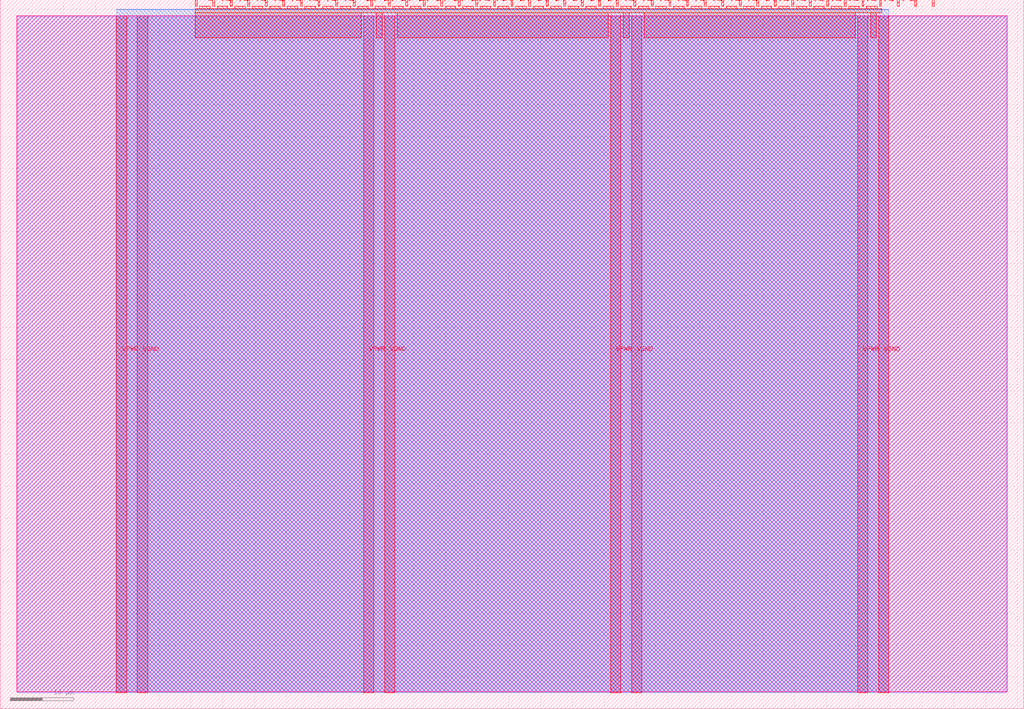
<source format=lef>
VERSION 5.7 ;
  NOWIREEXTENSIONATPIN ON ;
  DIVIDERCHAR "/" ;
  BUSBITCHARS "[]" ;
MACRO tt_um_wokwi_445256643197274113
  CLASS BLOCK ;
  FOREIGN tt_um_wokwi_445256643197274113 ;
  ORIGIN 0.000 0.000 ;
  SIZE 161.000 BY 111.520 ;
  PIN VGND
    DIRECTION INOUT ;
    USE GROUND ;
    PORT
      LAYER met4 ;
        RECT 21.580 2.480 23.180 109.040 ;
    END
    PORT
      LAYER met4 ;
        RECT 60.450 2.480 62.050 109.040 ;
    END
    PORT
      LAYER met4 ;
        RECT 99.320 2.480 100.920 109.040 ;
    END
    PORT
      LAYER met4 ;
        RECT 138.190 2.480 139.790 109.040 ;
    END
  END VGND
  PIN VPWR
    DIRECTION INOUT ;
    USE POWER ;
    PORT
      LAYER met4 ;
        RECT 18.280 2.480 19.880 109.040 ;
    END
    PORT
      LAYER met4 ;
        RECT 57.150 2.480 58.750 109.040 ;
    END
    PORT
      LAYER met4 ;
        RECT 96.020 2.480 97.620 109.040 ;
    END
    PORT
      LAYER met4 ;
        RECT 134.890 2.480 136.490 109.040 ;
    END
  END VPWR
  PIN clk
    DIRECTION INPUT ;
    USE SIGNAL ;
    PORT
      LAYER met4 ;
        RECT 143.830 110.520 144.130 111.520 ;
    END
  END clk
  PIN ena
    DIRECTION INPUT ;
    USE SIGNAL ;
    PORT
      LAYER met4 ;
        RECT 146.590 110.520 146.890 111.520 ;
    END
  END ena
  PIN rst_n
    DIRECTION INPUT ;
    USE SIGNAL ;
    PORT
      LAYER met4 ;
        RECT 141.070 110.520 141.370 111.520 ;
    END
  END rst_n
  PIN ui_in[0]
    DIRECTION INPUT ;
    USE SIGNAL ;
    ANTENNAGATEAREA 0.196500 ;
    PORT
      LAYER met4 ;
        RECT 138.310 110.520 138.610 111.520 ;
    END
  END ui_in[0]
  PIN ui_in[1]
    DIRECTION INPUT ;
    USE SIGNAL ;
    ANTENNAGATEAREA 0.196500 ;
    PORT
      LAYER met4 ;
        RECT 135.550 110.520 135.850 111.520 ;
    END
  END ui_in[1]
  PIN ui_in[2]
    DIRECTION INPUT ;
    USE SIGNAL ;
    ANTENNAGATEAREA 0.196500 ;
    PORT
      LAYER met4 ;
        RECT 132.790 110.520 133.090 111.520 ;
    END
  END ui_in[2]
  PIN ui_in[3]
    DIRECTION INPUT ;
    USE SIGNAL ;
    ANTENNAGATEAREA 0.196500 ;
    PORT
      LAYER met4 ;
        RECT 130.030 110.520 130.330 111.520 ;
    END
  END ui_in[3]
  PIN ui_in[4]
    DIRECTION INPUT ;
    USE SIGNAL ;
    PORT
      LAYER met4 ;
        RECT 127.270 110.520 127.570 111.520 ;
    END
  END ui_in[4]
  PIN ui_in[5]
    DIRECTION INPUT ;
    USE SIGNAL ;
    PORT
      LAYER met4 ;
        RECT 124.510 110.520 124.810 111.520 ;
    END
  END ui_in[5]
  PIN ui_in[6]
    DIRECTION INPUT ;
    USE SIGNAL ;
    PORT
      LAYER met4 ;
        RECT 121.750 110.520 122.050 111.520 ;
    END
  END ui_in[6]
  PIN ui_in[7]
    DIRECTION INPUT ;
    USE SIGNAL ;
    PORT
      LAYER met4 ;
        RECT 118.990 110.520 119.290 111.520 ;
    END
  END ui_in[7]
  PIN uio_in[0]
    DIRECTION INPUT ;
    USE SIGNAL ;
    PORT
      LAYER met4 ;
        RECT 116.230 110.520 116.530 111.520 ;
    END
  END uio_in[0]
  PIN uio_in[1]
    DIRECTION INPUT ;
    USE SIGNAL ;
    PORT
      LAYER met4 ;
        RECT 113.470 110.520 113.770 111.520 ;
    END
  END uio_in[1]
  PIN uio_in[2]
    DIRECTION INPUT ;
    USE SIGNAL ;
    PORT
      LAYER met4 ;
        RECT 110.710 110.520 111.010 111.520 ;
    END
  END uio_in[2]
  PIN uio_in[3]
    DIRECTION INPUT ;
    USE SIGNAL ;
    PORT
      LAYER met4 ;
        RECT 107.950 110.520 108.250 111.520 ;
    END
  END uio_in[3]
  PIN uio_in[4]
    DIRECTION INPUT ;
    USE SIGNAL ;
    PORT
      LAYER met4 ;
        RECT 105.190 110.520 105.490 111.520 ;
    END
  END uio_in[4]
  PIN uio_in[5]
    DIRECTION INPUT ;
    USE SIGNAL ;
    PORT
      LAYER met4 ;
        RECT 102.430 110.520 102.730 111.520 ;
    END
  END uio_in[5]
  PIN uio_in[6]
    DIRECTION INPUT ;
    USE SIGNAL ;
    PORT
      LAYER met4 ;
        RECT 99.670 110.520 99.970 111.520 ;
    END
  END uio_in[6]
  PIN uio_in[7]
    DIRECTION INPUT ;
    USE SIGNAL ;
    PORT
      LAYER met4 ;
        RECT 96.910 110.520 97.210 111.520 ;
    END
  END uio_in[7]
  PIN uio_oe[0]
    DIRECTION OUTPUT ;
    USE SIGNAL ;
    PORT
      LAYER met4 ;
        RECT 49.990 110.520 50.290 111.520 ;
    END
  END uio_oe[0]
  PIN uio_oe[1]
    DIRECTION OUTPUT ;
    USE SIGNAL ;
    PORT
      LAYER met4 ;
        RECT 47.230 110.520 47.530 111.520 ;
    END
  END uio_oe[1]
  PIN uio_oe[2]
    DIRECTION OUTPUT ;
    USE SIGNAL ;
    PORT
      LAYER met4 ;
        RECT 44.470 110.520 44.770 111.520 ;
    END
  END uio_oe[2]
  PIN uio_oe[3]
    DIRECTION OUTPUT ;
    USE SIGNAL ;
    PORT
      LAYER met4 ;
        RECT 41.710 110.520 42.010 111.520 ;
    END
  END uio_oe[3]
  PIN uio_oe[4]
    DIRECTION OUTPUT ;
    USE SIGNAL ;
    PORT
      LAYER met4 ;
        RECT 38.950 110.520 39.250 111.520 ;
    END
  END uio_oe[4]
  PIN uio_oe[5]
    DIRECTION OUTPUT ;
    USE SIGNAL ;
    PORT
      LAYER met4 ;
        RECT 36.190 110.520 36.490 111.520 ;
    END
  END uio_oe[5]
  PIN uio_oe[6]
    DIRECTION OUTPUT ;
    USE SIGNAL ;
    PORT
      LAYER met4 ;
        RECT 33.430 110.520 33.730 111.520 ;
    END
  END uio_oe[6]
  PIN uio_oe[7]
    DIRECTION OUTPUT ;
    USE SIGNAL ;
    PORT
      LAYER met4 ;
        RECT 30.670 110.520 30.970 111.520 ;
    END
  END uio_oe[7]
  PIN uio_out[0]
    DIRECTION OUTPUT ;
    USE SIGNAL ;
    PORT
      LAYER met4 ;
        RECT 72.070 110.520 72.370 111.520 ;
    END
  END uio_out[0]
  PIN uio_out[1]
    DIRECTION OUTPUT ;
    USE SIGNAL ;
    PORT
      LAYER met4 ;
        RECT 69.310 110.520 69.610 111.520 ;
    END
  END uio_out[1]
  PIN uio_out[2]
    DIRECTION OUTPUT ;
    USE SIGNAL ;
    PORT
      LAYER met4 ;
        RECT 66.550 110.520 66.850 111.520 ;
    END
  END uio_out[2]
  PIN uio_out[3]
    DIRECTION OUTPUT ;
    USE SIGNAL ;
    PORT
      LAYER met4 ;
        RECT 63.790 110.520 64.090 111.520 ;
    END
  END uio_out[3]
  PIN uio_out[4]
    DIRECTION OUTPUT ;
    USE SIGNAL ;
    PORT
      LAYER met4 ;
        RECT 61.030 110.520 61.330 111.520 ;
    END
  END uio_out[4]
  PIN uio_out[5]
    DIRECTION OUTPUT ;
    USE SIGNAL ;
    PORT
      LAYER met4 ;
        RECT 58.270 110.520 58.570 111.520 ;
    END
  END uio_out[5]
  PIN uio_out[6]
    DIRECTION OUTPUT ;
    USE SIGNAL ;
    PORT
      LAYER met4 ;
        RECT 55.510 110.520 55.810 111.520 ;
    END
  END uio_out[6]
  PIN uio_out[7]
    DIRECTION OUTPUT ;
    USE SIGNAL ;
    PORT
      LAYER met4 ;
        RECT 52.750 110.520 53.050 111.520 ;
    END
  END uio_out[7]
  PIN uo_out[0]
    DIRECTION OUTPUT ;
    USE SIGNAL ;
    ANTENNADIFFAREA 0.445500 ;
    PORT
      LAYER met4 ;
        RECT 94.150 110.520 94.450 111.520 ;
    END
  END uo_out[0]
  PIN uo_out[1]
    DIRECTION OUTPUT ;
    USE SIGNAL ;
    ANTENNADIFFAREA 0.445500 ;
    PORT
      LAYER met4 ;
        RECT 91.390 110.520 91.690 111.520 ;
    END
  END uo_out[1]
  PIN uo_out[2]
    DIRECTION OUTPUT ;
    USE SIGNAL ;
    ANTENNADIFFAREA 0.445500 ;
    PORT
      LAYER met4 ;
        RECT 88.630 110.520 88.930 111.520 ;
    END
  END uo_out[2]
  PIN uo_out[3]
    DIRECTION OUTPUT ;
    USE SIGNAL ;
    ANTENNADIFFAREA 0.445500 ;
    PORT
      LAYER met4 ;
        RECT 85.870 110.520 86.170 111.520 ;
    END
  END uo_out[3]
  PIN uo_out[4]
    DIRECTION OUTPUT ;
    USE SIGNAL ;
    PORT
      LAYER met4 ;
        RECT 83.110 110.520 83.410 111.520 ;
    END
  END uo_out[4]
  PIN uo_out[5]
    DIRECTION OUTPUT ;
    USE SIGNAL ;
    PORT
      LAYER met4 ;
        RECT 80.350 110.520 80.650 111.520 ;
    END
  END uo_out[5]
  PIN uo_out[6]
    DIRECTION OUTPUT ;
    USE SIGNAL ;
    PORT
      LAYER met4 ;
        RECT 77.590 110.520 77.890 111.520 ;
    END
  END uo_out[6]
  PIN uo_out[7]
    DIRECTION OUTPUT ;
    USE SIGNAL ;
    PORT
      LAYER met4 ;
        RECT 74.830 110.520 75.130 111.520 ;
    END
  END uo_out[7]
  OBS
      LAYER nwell ;
        RECT 2.570 2.635 158.430 108.990 ;
      LAYER li1 ;
        RECT 2.760 2.635 158.240 108.885 ;
      LAYER met1 ;
        RECT 2.760 2.480 158.240 109.040 ;
      LAYER met2 ;
        RECT 18.310 2.535 139.760 110.005 ;
      LAYER met3 ;
        RECT 18.290 2.555 139.780 109.985 ;
      LAYER met4 ;
        RECT 31.370 110.120 33.030 110.520 ;
        RECT 34.130 110.120 35.790 110.520 ;
        RECT 36.890 110.120 38.550 110.520 ;
        RECT 39.650 110.120 41.310 110.520 ;
        RECT 42.410 110.120 44.070 110.520 ;
        RECT 45.170 110.120 46.830 110.520 ;
        RECT 47.930 110.120 49.590 110.520 ;
        RECT 50.690 110.120 52.350 110.520 ;
        RECT 53.450 110.120 55.110 110.520 ;
        RECT 56.210 110.120 57.870 110.520 ;
        RECT 58.970 110.120 60.630 110.520 ;
        RECT 61.730 110.120 63.390 110.520 ;
        RECT 64.490 110.120 66.150 110.520 ;
        RECT 67.250 110.120 68.910 110.520 ;
        RECT 70.010 110.120 71.670 110.520 ;
        RECT 72.770 110.120 74.430 110.520 ;
        RECT 75.530 110.120 77.190 110.520 ;
        RECT 78.290 110.120 79.950 110.520 ;
        RECT 81.050 110.120 82.710 110.520 ;
        RECT 83.810 110.120 85.470 110.520 ;
        RECT 86.570 110.120 88.230 110.520 ;
        RECT 89.330 110.120 90.990 110.520 ;
        RECT 92.090 110.120 93.750 110.520 ;
        RECT 94.850 110.120 96.510 110.520 ;
        RECT 97.610 110.120 99.270 110.520 ;
        RECT 100.370 110.120 102.030 110.520 ;
        RECT 103.130 110.120 104.790 110.520 ;
        RECT 105.890 110.120 107.550 110.520 ;
        RECT 108.650 110.120 110.310 110.520 ;
        RECT 111.410 110.120 113.070 110.520 ;
        RECT 114.170 110.120 115.830 110.520 ;
        RECT 116.930 110.120 118.590 110.520 ;
        RECT 119.690 110.120 121.350 110.520 ;
        RECT 122.450 110.120 124.110 110.520 ;
        RECT 125.210 110.120 126.870 110.520 ;
        RECT 127.970 110.120 129.630 110.520 ;
        RECT 130.730 110.120 132.390 110.520 ;
        RECT 133.490 110.120 135.150 110.520 ;
        RECT 136.250 110.120 137.910 110.520 ;
        RECT 30.655 109.440 138.625 110.120 ;
        RECT 30.655 105.575 56.750 109.440 ;
        RECT 59.150 105.575 60.050 109.440 ;
        RECT 62.450 105.575 95.620 109.440 ;
        RECT 98.020 105.575 98.920 109.440 ;
        RECT 101.320 105.575 134.490 109.440 ;
        RECT 136.890 105.575 137.790 109.440 ;
  END
END tt_um_wokwi_445256643197274113
END LIBRARY


</source>
